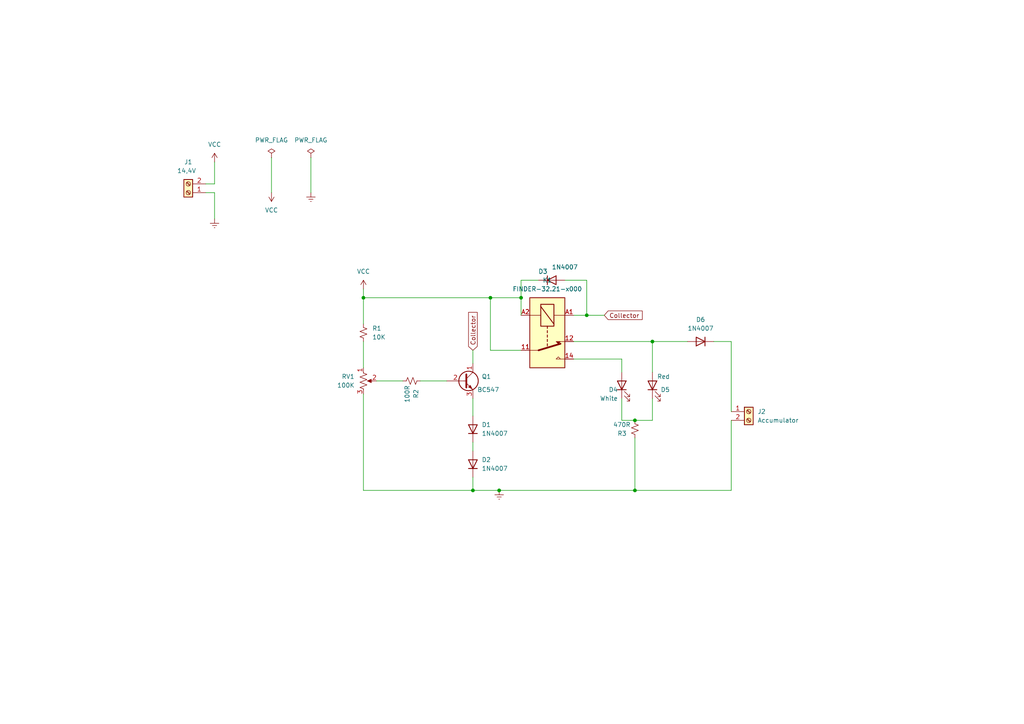
<source format=kicad_sch>
(kicad_sch (version 20230121) (generator eeschema)
  (paper "A4")
  (title_block (title "Automatic Charge Cut-OFF") (date "02.02.2023") (rev "1.0") (company "Code & More") (comment 1 "drawn by Muxtar_Safarov"))
  (lib_symbols
    (symbol "Connector:Screw_Terminal_01x02" (pin_names (offset 1.016) hide)
      (property "Reference" "J" (at 0 2.54 0))
      (property "Value" "Screw_Terminal_01x02" (at 0 -5.08 0))
      (symbol "Screw_Terminal_01x02_1_1"
        (rectangle (start -1.27 1.27) (end 1.27 -3.81) (stroke (width 0.254)) (fill (type background)))
        (circle (center 0 -2.54) (radius 0.635) (stroke (width 0.1524)))
        (polyline (pts (xy -0.5334 -2.2098) (xy 0.3302 -3.048)) (stroke (width 0.1524)))
        (polyline (pts (xy -0.5334 0.3302) (xy 0.3302 -0.508)) (stroke (width 0.1524)))
        (polyline (pts (xy -0.3556 -2.032) (xy 0.508 -2.8702)) (stroke (width 0.1524)))
        (polyline (pts (xy -0.3556 0.508) (xy 0.508 -0.3302)) (stroke (width 0.1524)))
        (circle (center 0 0) (radius 0.635) (stroke (width 0.1524)))
        (pin passive line (at -5.08 0 0) (length 3.81) (name "Pin_1") (number "1"))
        (pin passive line (at -5.08 -2.54 0) (length 3.81) (name "Pin_2") (number "2"))
      )
    )
    (symbol "Device:LED" (pin_numbers hide) (pin_names (offset 1.016) hide)
      (property "Reference" "D" (at 0 2.54 0))
      (property "Value" "LED" (at 0 -2.54 0))
      (symbol "LED_0_1"
        (polyline (pts (xy -1.27 -1.27) (xy -1.27 1.27)) (stroke (width 0.254)))
        (polyline (pts (xy -1.27 0) (xy 1.27 0)))
        (polyline (pts (xy 1.27 -1.27) (xy 1.27 1.27) (xy -1.27 0) (xy 1.27 -1.27)) (stroke (width 0.254)))
        (polyline (pts (xy -3.048 -0.762) (xy -4.572 -2.286) (xy -3.81 -2.286) (xy -4.572 -2.286) (xy -4.572 -1.524)))
        (polyline (pts (xy -1.778 -0.762) (xy -3.302 -2.286) (xy -2.54 -2.286) (xy -3.302 -2.286) (xy -3.302 -1.524)))
      )
      (symbol "LED_1_1"
        (pin passive line (at -3.81 0 0) (length 2.54) (name "K") (number "1"))
        (pin passive line (at 3.81 0 180) (length 2.54) (name "A") (number "2"))
      )
    )
    (symbol "Device:R_Potentiometer_US" (pin_names (offset 1.016) hide)
      (property "Reference" "RV" (at -4.445 0 90))
      (property "Value" "R_Potentiometer_US" (at -2.54 0 90))
      (symbol "R_Potentiometer_US_0_1"
        (polyline (pts (xy 0 -2.286) (xy 0 -2.54)))
        (polyline (pts (xy 0 2.54) (xy 0 2.286)))
        (polyline (pts (xy 2.54 0) (xy 1.524 0)))
        (polyline (pts (xy 1.143 0) (xy 2.286 0.508) (xy 2.286 -0.508) (xy 1.143 0)) (fill (type outline)))
        (polyline (pts (xy 0 -0.762) (xy 1.016 -1.143) (xy 0 -1.524) (xy -1.016 -1.905) (xy 0 -2.286)))
        (polyline (pts (xy 0 0.762) (xy 1.016 0.381) (xy 0 0) (xy -1.016 -0.381) (xy 0 -0.762)))
        (polyline (pts (xy 0 2.286) (xy 1.016 1.905) (xy 0 1.524) (xy -1.016 1.143) (xy 0 0.762)))
      )
      (symbol "R_Potentiometer_US_1_1"
        (pin passive line (at 0 3.81 270) (length 1.27) (name "1") (number "1"))
        (pin passive line (at 3.81 0 180) (length 1.27) (name "2") (number "2"))
        (pin passive line (at 0 -3.81 90) (length 1.27) (name "3") (number "3"))
      )
    )
    (symbol "Device:R_Small_US" (pin_numbers hide) (pin_names (offset 0.254) hide)
      (property "Reference" "R" (at 0.762 0.508 0))
      (property "Value" "R_Small_US" (at 0.762 -1.016 0))
      (symbol "R_Small_US_1_1"
        (polyline (pts (xy 0 0) (xy 1.016 -0.381) (xy 0 -0.762) (xy -1.016 -1.143) (xy 0 -1.524)))
        (polyline (pts (xy 0 1.524) (xy 1.016 1.143) (xy 0 0.762) (xy -1.016 0.381) (xy 0 0)))
        (pin passive line (at 0 2.54 270) (length 1.016) (name "~") (number "1"))
        (pin passive line (at 0 -2.54 90) (length 1.016) (name "~") (number "2"))
      )
    )
    (symbol "Diode:1N4007" (pin_numbers hide) (pin_names hide)
      (property "Reference" "D" (at 0 2.54 0))
      (property "Value" "1N4007" (at 0 -2.54 0))
      (symbol "1N4007_0_1"
        (polyline (pts (xy -1.27 1.27) (xy -1.27 -1.27)) (stroke (width 0.254)))
        (polyline (pts (xy 1.27 0) (xy -1.27 0)))
        (polyline (pts (xy 1.27 1.27) (xy 1.27 -1.27) (xy -1.27 0) (xy 1.27 1.27)) (stroke (width 0.254)))
      )
      (symbol "1N4007_1_1"
        (pin passive line (at -3.81 0 0) (length 2.54) (name "K") (number "1"))
        (pin passive line (at 3.81 0 180) (length 2.54) (name "A") (number "2"))
      )
    )
    (symbol "Relay:FINDER-32.21-x000"
      (property "Reference" "K" (at 11.43 3.81 0))
      (property "Value" "FINDER-32.21-x000" (at 11.43 1.27 0))
      (symbol "FINDER-32.21-x000_0_0"
        (polyline (pts (xy 2.54 5.08) (xy 2.54 2.54) (xy 3.175 3.175) (xy 2.54 3.81)) (fill (type outline)))
        (polyline (pts (xy 7.62 5.08) (xy 7.62 2.54) (xy 6.985 3.175) (xy 7.62 3.81)))
      )
      (symbol "FINDER-32.21-x000_0_1"
        (rectangle (start -10.16 5.08) (end 10.16 -5.08) (stroke (width 0.254)) (fill (type background)))
        (rectangle (start -8.255 1.905) (end -1.905 -1.905) (stroke (width 0.254)))
        (polyline (pts (xy -7.62 -1.905) (xy -2.54 1.905)) (stroke (width 0.254)))
        (polyline (pts (xy -5.08 -5.08) (xy -5.08 -1.905)))
        (polyline (pts (xy -5.08 5.08) (xy -5.08 1.905)))
        (polyline (pts (xy -1.905 0) (xy -1.27 0)) (stroke (width 0.254)))
        (polyline (pts (xy -0.635 0) (xy 0 0)) (stroke (width 0.254)))
        (polyline (pts (xy 0.635 0) (xy 1.27 0)) (stroke (width 0.254)))
        (polyline (pts (xy 1.905 0) (xy 2.54 0)) (stroke (width 0.254)))
        (polyline (pts (xy 3.175 0) (xy 3.81 0)) (stroke (width 0.254)))
        (polyline (pts (xy 5.08 -2.54) (xy 3.175 3.81)) (stroke (width 0.508)))
        (polyline (pts (xy 5.08 -2.54) (xy 5.08 -5.08)))
      )
      (symbol "FINDER-32.21-x000_1_1"
        (pin passive line (at 5.08 -7.62 90) (length 2.54) (name "~") (number "11"))
        (pin passive line (at 2.54 7.62 270) (length 2.54) (name "~") (number "12"))
        (pin passive line (at 7.62 7.62 270) (length 2.54) (name "~") (number "14"))
        (pin passive line (at -5.08 7.62 270) (length 2.54) (name "~") (number "A1"))
        (pin passive line (at -5.08 -7.62 90) (length 2.54) (name "~") (number "A2"))
      )
    )
    (symbol "Transistor_BJT:BC547" (pin_names (offset 0) hide)
      (property "Reference" "Q" (at 5.08 1.905 0))
      (property "Value" "BC547" (at 5.08 0 0))
      (symbol "BC547_0_1"
        (polyline (pts (xy 0 0) (xy 0.635 0)))
        (polyline (pts (xy 0.635 0.635) (xy 2.54 2.54)))
        (polyline (pts (xy 0.635 -0.635) (xy 2.54 -2.54) (xy 2.54 -2.54)))
        (polyline (pts (xy 0.635 1.905) (xy 0.635 -1.905) (xy 0.635 -1.905)) (stroke (width 0.508)))
        (polyline (pts (xy 1.27 -1.778) (xy 1.778 -1.27) (xy 2.286 -2.286) (xy 1.27 -1.778) (xy 1.27 -1.778)) (fill (type outline)))
        (circle (center 1.27 0) (radius 2.8194) (stroke (width 0.254)))
      )
      (symbol "BC547_1_1"
        (pin passive line (at 2.54 5.08 270) (length 2.54) (name "C") (number "1"))
        (pin input line (at -5.08 0 0) (length 5.08) (name "B") (number "2"))
        (pin passive line (at 2.54 -5.08 90) (length 2.54) (name "E") (number "3"))
      )
    )
    (symbol "power:Earth" (power) (pin_names (offset 0))
      (symbol "Earth_0_1"
        (polyline (pts (xy -0.635 -1.905) (xy 0.635 -1.905)))
        (polyline (pts (xy -0.127 -2.54) (xy 0.127 -2.54)))
        (polyline (pts (xy 0 -1.27) (xy 0 0)))
        (polyline (pts (xy 1.27 -1.27) (xy -1.27 -1.27)))
      )
      (symbol "Earth_1_1"
        (pin power_in line (at 0 0 270) (length 0) hide (name "Earth") (number "1"))
      )
    )
    (symbol "power:PWR_FLAG" (power) (pin_numbers hide) (pin_names (offset 0) hide)
      (property "Value" "PWR_FLAG" (at 0 3.81 0))
      (symbol "PWR_FLAG_0_0"
        (pin power_out line (at 0 0 90) (length 0) (name "pwr") (number "1"))
      )
      (symbol "PWR_FLAG_0_1"
        (polyline (pts (xy 0 0) (xy 0 1.27) (xy -1.016 1.905) (xy 0 2.54) (xy 1.016 1.905) (xy 0 1.27)))
      )
    )
    (symbol "power:VCC" (power) (pin_names (offset 0))
      (property "Value" "VCC" (at 0 3.81 0))
      (symbol "VCC_0_1"
        (polyline (pts (xy -0.762 1.27) (xy 0 2.54)))
        (polyline (pts (xy 0 0) (xy 0 2.54)))
        (polyline (pts (xy 0 2.54) (xy 0.762 1.27)))
      )
      (symbol "VCC_1_1"
        (pin power_in line (at 0 0 90) (length 0) hide (name "VCC") (number "1"))
      )
    )
  )
  (junction (at 142.24 86.36))
  (junction (at 184.15 121.92))
  (junction (at 189.23 99.06))
  (junction (at 105.41 86.36))
  (junction (at 137.16 142.24))
  (junction (at 144.78 142.24))
  (junction (at 151.13 86.36))
  (junction (at 184.15 142.24))
  (junction (at 170.18 91.44))
  (wire (pts (xy 137.16 142.24) (xy 144.78 142.24)))
  (wire (pts (xy 184.15 127) (xy 184.15 142.24)))
  (wire (pts (xy 90.17 45.72) (xy 90.17 55.88)))
  (wire (pts (xy 142.24 101.6) (xy 142.24 86.36)))
  (wire (pts (xy 189.23 115.57) (xy 189.23 121.92)))
  (wire (pts (xy 105.41 114.3) (xy 105.41 142.24)))
  (wire (pts (xy 151.13 86.36) (xy 142.24 86.36)))
  (wire (pts (xy 151.13 81.28) (xy 151.13 86.36)))
  (wire (pts (xy 137.16 101.6) (xy 137.16 105.41)))
  (wire (pts (xy 212.09 121.92) (xy 212.09 142.24)))
  (wire (pts (xy 180.34 121.92) (xy 184.15 121.92)))
  (wire (pts (xy 212.09 119.38) (xy 212.09 99.06)))
  (wire (pts (xy 184.15 121.92) (xy 189.23 121.92)))
  (wire (pts (xy 180.34 115.57) (xy 180.34 121.92)))
  (wire (pts (xy 170.18 81.28) (xy 170.18 91.44)))
  (wire (pts (xy 137.16 138.43) (xy 137.16 142.24)))
  (wire (pts (xy 78.74 45.72) (xy 78.74 55.88)))
  (wire (pts (xy 62.23 55.88) (xy 62.23 63.5)))
  (wire (pts (xy 105.41 142.24) (xy 137.16 142.24)))
  (wire (pts (xy 137.16 115.57) (xy 137.16 120.65)))
  (wire (pts (xy 109.22 110.49) (xy 116.84 110.49)))
  (wire (pts (xy 105.41 93.98) (xy 105.41 86.36)))
  (wire (pts (xy 142.24 101.6) (xy 151.13 101.6)))
  (wire (pts (xy 184.15 142.24) (xy 212.09 142.24)))
  (wire (pts (xy 121.92 110.49) (xy 129.54 110.49)))
  (wire (pts (xy 105.41 86.36) (xy 142.24 86.36)))
  (wire (pts (xy 163.83 81.28) (xy 170.18 81.28)))
  (wire (pts (xy 144.78 142.24) (xy 184.15 142.24)))
  (wire (pts (xy 59.69 53.34) (xy 62.23 53.34)))
  (wire (pts (xy 166.37 104.14) (xy 180.34 104.14)))
  (wire (pts (xy 189.23 99.06) (xy 189.23 107.95)))
  (wire (pts (xy 59.69 55.88) (xy 62.23 55.88)))
  (wire (pts (xy 105.41 99.06) (xy 105.41 106.68)))
  (wire (pts (xy 105.41 83.82) (xy 105.41 86.36)))
  (wire (pts (xy 207.01 99.06) (xy 212.09 99.06)))
  (wire (pts (xy 156.21 81.28) (xy 151.13 81.28)))
  (wire (pts (xy 62.23 53.34) (xy 62.23 46.99)))
  (wire (pts (xy 166.37 91.44) (xy 170.18 91.44)))
  (wire (pts (xy 137.16 128.27) (xy 137.16 130.81)))
  (wire (pts (xy 180.34 104.14) (xy 180.34 107.95)))
  (wire (pts (xy 166.37 99.06) (xy 189.23 99.06)))
  (wire (pts (xy 151.13 91.44) (xy 151.13 86.36)))
  (wire (pts (xy 170.18 91.44) (xy 175.26 91.44)))
  (wire (pts (xy 189.23 99.06) (xy 199.39 99.06)))
  (global_label "Collector" (shape input) (at 175.26 91.44 0) (property "Intersheetrefs" "${INTERSHEET_REFS}" (effects hide)))
  (global_label "Collector" (shape input) (at 137.16 101.6 90) (property "Intersheetrefs" "${INTERSHEET_REFS}" (effects hide)))
  (symbol (lib_id "power:Earth") (at 144.78 142.24 0) (unit 1)
    (property "Reference" "#PWR06" (effects hide))
    (property "Value" "Earth" (effects hide))
  )
  (symbol (lib_id "Transistor_BJT:BC547") (at 134.62 110.49 0) (unit 1)
    (property "Reference" "Q1" (at 139.7 109.22 0) (effects (justify left)))
    (property "Value" "BC547" (at 138.43 113.03 0) (effects (justify left)))
    (property "Footprint" "Package_TO_SOT_THT:TO-92_Inline" (effects hide))
    (property "Datasheet" "https://www.onsemi.com/pub/Collateral/BC550-D.pdf" (effects hide))
  )
  (symbol (lib_id "power:VCC") (at 78.74 55.88 180) (unit 1)
    (property "Reference" "#PWR03" (effects hide))
    (property "Value" "VCC" (at 78.74 60.96 0))
  )
  (symbol (lib_id "Device:R_Small_US") (at 119.38 110.49 90) (unit 1)
    (property "Reference" "R2" (at 120.65 115.57 0) (effects (justify left)))
    (property "Value" "100R" (at 118.11 116.84 0) (effects (justify left)))
    (property "Footprint" "Resistor_THT:R_Axial_DIN0411_L9.9mm_D3.6mm_P15.24mm_Horizontal" (effects hide))
  )
  (symbol (lib_id "Connector:Screw_Terminal_01x02") (at 54.61 55.88 180) (unit 1)
    (property "Reference" "J1" (at 54.61 46.99 0))
    (property "Value" "14,4V " (at 54.61 49.53 0))
    (property "Footprint" "TerminalBlock:TerminalBlock_bornier-2_P5.08mm" (effects hide))
  )
  (symbol (lib_id "Device:R_Small_US") (at 105.41 96.52 0) (unit 1)
    (property "Reference" "R1" (at 107.95 95.25 0) (effects (justify left)))
    (property "Value" "10K" (at 107.95 97.79 0) (effects (justify left)))
    (property "Footprint" "Resistor_THT:R_Axial_DIN0411_L9.9mm_D3.6mm_P15.24mm_Horizontal" (effects hide))
  )
  (symbol (lib_id "Device:R_Small_US") (at 184.15 124.46 0) (unit 1)
    (property "Reference" "R3" (at 179.07 125.73 0) (effects (justify left)))
    (property "Value" "470R" (at 177.8 123.19 0) (effects (justify left)))
    (property "Footprint" "Resistor_THT:R_Axial_DIN0411_L9.9mm_D3.6mm_P15.24mm_Horizontal" (effects hide))
  )
  (symbol (lib_id "Connector:Screw_Terminal_01x02") (at 217.17 119.38 0) (unit 1)
    (property "Reference" "J2" (at 219.71 119.38 0) (effects (justify left)))
    (property "Value" "Accumulator" (at 219.71 121.92 0) (effects (justify left)))
    (property "Footprint" "TerminalBlock:TerminalBlock_bornier-2_P5.08mm" (effects hide))
  )
  (symbol (lib_id "power:VCC") (at 62.23 46.99 0) (unit 1)
    (property "Reference" "#PWR01" (effects hide))
    (property "Value" "VCC" (at 62.23 41.91 0))
  )
  (symbol (lib_id "power:VCC") (at 105.41 83.82 0) (unit 1)
    (property "Reference" "#PWR05" (effects hide))
    (property "Value" "VCC" (at 105.41 78.74 0))
  )
  (symbol (lib_id "power:Earth") (at 62.23 63.5 0) (unit 1)
    (property "Reference" "#PWR02" (effects hide))
    (property "Value" "Earth" (effects hide))
  )
  (symbol (lib_id "power:PWR_FLAG") (at 90.17 45.72 0) (unit 1)
    (property "Reference" "#FLG02" (effects hide))
    (property "Value" "PWR_FLAG" (at 90.17 40.64 0))
  )
  (symbol (lib_id "power:Earth") (at 90.17 55.88 0) (unit 1)
    (property "Reference" "#PWR04" (effects hide))
    (property "Value" "Earth" (effects hide))
  )
  (symbol (lib_id "Diode:1N4007") (at 137.16 134.62 90) (unit 1)
    (property "Reference" "D2" (at 139.7 133.35 90) (effects (justify right)))
    (property "Value" "1N4007" (at 139.7 135.89 90) (effects (justify right)))
    (property "Footprint" "Diode_THT:D_DO-41_SOD81_P10.16mm_Horizontal" (effects hide))
    (property "Datasheet" "http://www.vishay.com/docs/88503/1n4001.pdf" (effects hide))
    (property "Sim.Device" "D" (effects hide))
    (property "Sim.Pins" "1=K 2=A" (effects hide))
  )
  (symbol (lib_id "Device:LED") (at 189.23 111.76 90) (unit 1)
    (property "Reference" "D5" (at 194.31 113.03 90) (effects (justify left)))
    (property "Value" "Red" (at 194.31 109.22 90) (effects (justify left)))
    (property "Footprint" "LED_THT:LED_D5.0mm" (effects hide))
  )
  (symbol (lib_id "Diode:1N4007") (at 160.02 81.28 0) (unit 1)
    (property "Reference" "D3" (at 157.48 78.74 0))
    (property "Value" "1N4007" (at 163.83 77.47 0))
    (property "Footprint" "Diode_THT:D_DO-41_SOD81_P10.16mm_Horizontal" (effects hide))
    (property "Datasheet" "http://www.vishay.com/docs/88503/1n4001.pdf" (effects hide))
    (property "Sim.Device" "D" (effects hide))
    (property "Sim.Pins" "1=K 2=A" (effects hide))
  )
  (symbol (lib_id "Device:R_Potentiometer_US") (at 105.41 110.49 0) (unit 1)
    (property "Reference" "RV1" (at 102.87 109.22 0) (effects (justify right)))
    (property "Value" "100K" (at 102.87 111.76 0) (effects (justify right)))
    (property "Footprint" "Potentiometer_THT:Potentiometer_Vishay_148-149_Single_Horizontal" (effects hide))
  )
  (symbol (lib_id "power:PWR_FLAG") (at 78.74 45.72 0) (unit 1)
    (property "Reference" "#FLG01" (effects hide))
    (property "Value" "PWR_FLAG" (at 78.74 40.64 0))
  )
  (symbol (lib_id "Device:LED") (at 180.34 111.76 90) (unit 1)
    (property "Reference" "D4" (at 176.53 113.03 90) (effects (justify right)))
    (property "Value" "White" (at 173.99 115.57 90) (effects (justify right)))
    (property "Footprint" "LED_THT:LED_D5.0mm_Clear" (effects hide))
  )
  (symbol (lib_id "Relay:FINDER-32.21-x000") (at 158.75 96.52 270) (unit 1)
    (property "Reference" "K1" (at 158.75 81.28 90))
    (property "Value" "FINDER-32.21-x000" (at 158.75 83.82 90))
    (property "Footprint" "Relay_THT:Relay_SPDT_Finder_32.21-x000" (effects hide))
    (property "Datasheet" "https://gfinder.findernet.com/assets/Series/355/S32EN.pdf" (effects hide))
  )
  (symbol (lib_id "Diode:1N4007") (at 203.2 99.06 180) (unit 1)
    (property "Reference" "D6" (at 203.2 92.71 0))
    (property "Value" "1N4007" (at 203.2 95.25 0))
    (property "Footprint" "Diode_THT:D_DO-41_SOD81_P10.16mm_Horizontal" (effects hide))
    (property "Datasheet" "http://www.vishay.com/docs/88503/1n4001.pdf" (effects hide))
    (property "Sim.Device" "D" (effects hide))
    (property "Sim.Pins" "1=K 2=A" (effects hide))
  )
  (symbol (lib_id "Diode:1N4007") (at 137.16 124.46 90) (unit 1)
    (property "Reference" "D1" (at 139.7 123.19 90) (effects (justify right)))
    (property "Value" "1N4007" (at 139.7 125.73 90) (effects (justify right)))
    (property "Footprint" "Diode_THT:D_DO-41_SOD81_P10.16mm_Horizontal" (effects hide))
    (property "Datasheet" "http://www.vishay.com/docs/88503/1n4001.pdf" (effects hide))
    (property "Sim.Device" "D" (effects hide))
    (property "Sim.Pins" "1=K 2=A" (effects hide))
  )
)
</source>
